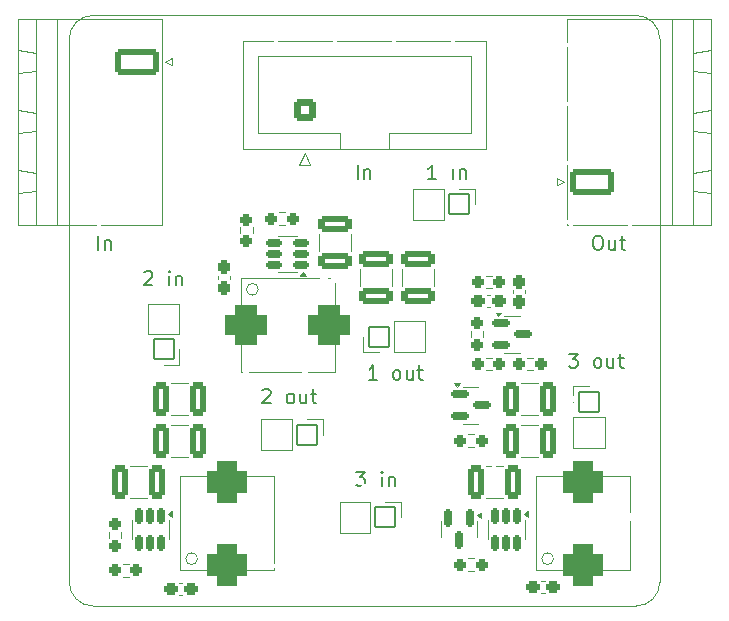
<source format=gbr>
%TF.GenerationSoftware,KiCad,Pcbnew,8.0.1*%
%TF.CreationDate,2024-04-20T12:15:38+02:00*%
%TF.ProjectId,nbg,6e62672e-6b69-4636-9164-5f7063625858,rev?*%
%TF.SameCoordinates,Original*%
%TF.FileFunction,Legend,Top*%
%TF.FilePolarity,Positive*%
%FSLAX46Y46*%
G04 Gerber Fmt 4.6, Leading zero omitted, Abs format (unit mm)*
G04 Created by KiCad (PCBNEW 8.0.1) date 2024-04-20 12:15:38*
%MOMM*%
%LPD*%
G01*
G04 APERTURE LIST*
G04 Aperture macros list*
%AMRoundRect*
0 Rectangle with rounded corners*
0 $1 Rounding radius*
0 $2 $3 $4 $5 $6 $7 $8 $9 X,Y pos of 4 corners*
0 Add a 4 corners polygon primitive as box body*
4,1,4,$2,$3,$4,$5,$6,$7,$8,$9,$2,$3,0*
0 Add four circle primitives for the rounded corners*
1,1,$1+$1,$2,$3*
1,1,$1+$1,$4,$5*
1,1,$1+$1,$6,$7*
1,1,$1+$1,$8,$9*
0 Add four rect primitives between the rounded corners*
20,1,$1+$1,$2,$3,$4,$5,0*
20,1,$1+$1,$4,$5,$6,$7,0*
20,1,$1+$1,$6,$7,$8,$9,0*
20,1,$1+$1,$8,$9,$2,$3,0*%
G04 Aperture macros list end*
%ADD10C,0.200000*%
%ADD11C,0.120000*%
%ADD12C,0.100000*%
%ADD13RoundRect,0.175000X-0.612500X-0.175000X0.612500X-0.175000X0.612500X0.175000X-0.612500X0.175000X0*%
%ADD14RoundRect,0.262500X0.262500X-0.275000X0.262500X0.275000X-0.262500X0.275000X-0.262500X-0.275000X0*%
%ADD15RoundRect,0.050000X-0.850000X0.850000X-0.850000X-0.850000X0.850000X-0.850000X0.850000X0.850000X0*%
%ADD16O,1.800000X1.800000*%
%ADD17RoundRect,0.268868X-0.443632X-1.131132X0.443632X-1.131132X0.443632X1.131132X-0.443632X1.131132X0*%
%ADD18RoundRect,0.262019X1.587981X-0.827981X1.587981X0.827981X-1.587981X0.827981X-1.587981X-0.827981X0*%
%ADD19O,3.700000X2.180000*%
%ADD20RoundRect,0.837500X0.837500X-0.962500X0.837500X0.962500X-0.837500X0.962500X-0.837500X-0.962500X0*%
%ADD21RoundRect,0.262500X-0.275000X-0.262500X0.275000X-0.262500X0.275000X0.262500X-0.275000X0.262500X0*%
%ADD22RoundRect,0.175000X-0.175000X0.537500X-0.175000X-0.537500X0.175000X-0.537500X0.175000X0.537500X0*%
%ADD23RoundRect,0.050000X-0.850000X-0.850000X0.850000X-0.850000X0.850000X0.850000X-0.850000X0.850000X0*%
%ADD24RoundRect,0.268868X-1.131132X0.443632X-1.131132X-0.443632X1.131132X-0.443632X1.131132X0.443632X0*%
%ADD25RoundRect,0.262500X-0.325000X-0.262500X0.325000X-0.262500X0.325000X0.262500X-0.325000X0.262500X0*%
%ADD26RoundRect,0.262019X-1.587981X0.827981X-1.587981X-0.827981X1.587981X-0.827981X1.587981X0.827981X0*%
%ADD27RoundRect,0.262500X-0.262500X0.325000X-0.262500X-0.325000X0.262500X-0.325000X0.262500X0.325000X0*%
%ADD28RoundRect,0.175000X0.537500X0.175000X-0.537500X0.175000X-0.537500X-0.175000X0.537500X-0.175000X0*%
%ADD29RoundRect,0.050000X0.850000X-0.850000X0.850000X0.850000X-0.850000X0.850000X-0.850000X-0.850000X0*%
%ADD30RoundRect,0.837500X-0.962500X-0.837500X0.962500X-0.837500X0.962500X0.837500X-0.962500X0.837500X0*%
%ADD31RoundRect,0.175000X-0.175000X0.612500X-0.175000X-0.612500X0.175000X-0.612500X0.175000X0.612500X0*%
%ADD32RoundRect,0.262500X0.275000X0.262500X-0.275000X0.262500X-0.275000X-0.262500X0.275000X-0.262500X0*%
%ADD33RoundRect,0.264706X0.635294X-0.635294X0.635294X0.635294X-0.635294X0.635294X-0.635294X-0.635294X0*%
%ADD34C,1.800000*%
%ADD35RoundRect,0.050000X0.850000X0.850000X-0.850000X0.850000X-0.850000X-0.850000X0.850000X-0.850000X0*%
%ADD36RoundRect,0.268868X1.131132X-0.443632X1.131132X0.443632X-1.131132X0.443632X-1.131132X-0.443632X0*%
%ADD37C,0.700000*%
%TA.AperFunction,Profile*%
%ADD38C,0.050000*%
%TD*%
G04 APERTURE END LIST*
D10*
X69417292Y-63842742D02*
X69417292Y-62642742D01*
X69988721Y-63042742D02*
X69988721Y-63842742D01*
X69988721Y-63157028D02*
X70045864Y-63099885D01*
X70045864Y-63099885D02*
X70160149Y-63042742D01*
X70160149Y-63042742D02*
X70331578Y-63042742D01*
X70331578Y-63042742D02*
X70445864Y-63099885D01*
X70445864Y-63099885D02*
X70503007Y-63214171D01*
X70503007Y-63214171D02*
X70503007Y-63842742D01*
X47417292Y-69842742D02*
X47417292Y-68642742D01*
X47988721Y-69042742D02*
X47988721Y-69842742D01*
X47988721Y-69157028D02*
X48045864Y-69099885D01*
X48045864Y-69099885D02*
X48160149Y-69042742D01*
X48160149Y-69042742D02*
X48331578Y-69042742D01*
X48331578Y-69042742D02*
X48445864Y-69099885D01*
X48445864Y-69099885D02*
X48503007Y-69214171D01*
X48503007Y-69214171D02*
X48503007Y-69842742D01*
X51360149Y-71757028D02*
X51417292Y-71699885D01*
X51417292Y-71699885D02*
X51531578Y-71642742D01*
X51531578Y-71642742D02*
X51817292Y-71642742D01*
X51817292Y-71642742D02*
X51931578Y-71699885D01*
X51931578Y-71699885D02*
X51988720Y-71757028D01*
X51988720Y-71757028D02*
X52045863Y-71871314D01*
X52045863Y-71871314D02*
X52045863Y-71985600D01*
X52045863Y-71985600D02*
X51988720Y-72157028D01*
X51988720Y-72157028D02*
X51303006Y-72842742D01*
X51303006Y-72842742D02*
X52045863Y-72842742D01*
X53474435Y-72842742D02*
X53474435Y-72042742D01*
X53474435Y-71642742D02*
X53417292Y-71699885D01*
X53417292Y-71699885D02*
X53474435Y-71757028D01*
X53474435Y-71757028D02*
X53531578Y-71699885D01*
X53531578Y-71699885D02*
X53474435Y-71642742D01*
X53474435Y-71642742D02*
X53474435Y-71757028D01*
X54045864Y-72042742D02*
X54045864Y-72842742D01*
X54045864Y-72157028D02*
X54103007Y-72099885D01*
X54103007Y-72099885D02*
X54217292Y-72042742D01*
X54217292Y-72042742D02*
X54388721Y-72042742D01*
X54388721Y-72042742D02*
X54503007Y-72099885D01*
X54503007Y-72099885D02*
X54560150Y-72214171D01*
X54560150Y-72214171D02*
X54560150Y-72842742D01*
X89645863Y-68642742D02*
X89874435Y-68642742D01*
X89874435Y-68642742D02*
X89988720Y-68699885D01*
X89988720Y-68699885D02*
X90103006Y-68814171D01*
X90103006Y-68814171D02*
X90160149Y-69042742D01*
X90160149Y-69042742D02*
X90160149Y-69442742D01*
X90160149Y-69442742D02*
X90103006Y-69671314D01*
X90103006Y-69671314D02*
X89988720Y-69785600D01*
X89988720Y-69785600D02*
X89874435Y-69842742D01*
X89874435Y-69842742D02*
X89645863Y-69842742D01*
X89645863Y-69842742D02*
X89531578Y-69785600D01*
X89531578Y-69785600D02*
X89417292Y-69671314D01*
X89417292Y-69671314D02*
X89360149Y-69442742D01*
X89360149Y-69442742D02*
X89360149Y-69042742D01*
X89360149Y-69042742D02*
X89417292Y-68814171D01*
X89417292Y-68814171D02*
X89531578Y-68699885D01*
X89531578Y-68699885D02*
X89645863Y-68642742D01*
X91188721Y-69042742D02*
X91188721Y-69842742D01*
X90674435Y-69042742D02*
X90674435Y-69671314D01*
X90674435Y-69671314D02*
X90731578Y-69785600D01*
X90731578Y-69785600D02*
X90845863Y-69842742D01*
X90845863Y-69842742D02*
X91017292Y-69842742D01*
X91017292Y-69842742D02*
X91131578Y-69785600D01*
X91131578Y-69785600D02*
X91188721Y-69728457D01*
X91588720Y-69042742D02*
X92045863Y-69042742D01*
X91760149Y-68642742D02*
X91760149Y-69671314D01*
X91760149Y-69671314D02*
X91817292Y-69785600D01*
X91817292Y-69785600D02*
X91931577Y-69842742D01*
X91931577Y-69842742D02*
X92045863Y-69842742D01*
X87303006Y-78642742D02*
X88045863Y-78642742D01*
X88045863Y-78642742D02*
X87645863Y-79099885D01*
X87645863Y-79099885D02*
X87817292Y-79099885D01*
X87817292Y-79099885D02*
X87931578Y-79157028D01*
X87931578Y-79157028D02*
X87988720Y-79214171D01*
X87988720Y-79214171D02*
X88045863Y-79328457D01*
X88045863Y-79328457D02*
X88045863Y-79614171D01*
X88045863Y-79614171D02*
X87988720Y-79728457D01*
X87988720Y-79728457D02*
X87931578Y-79785600D01*
X87931578Y-79785600D02*
X87817292Y-79842742D01*
X87817292Y-79842742D02*
X87474435Y-79842742D01*
X87474435Y-79842742D02*
X87360149Y-79785600D01*
X87360149Y-79785600D02*
X87303006Y-79728457D01*
X89645863Y-79842742D02*
X89531578Y-79785600D01*
X89531578Y-79785600D02*
X89474435Y-79728457D01*
X89474435Y-79728457D02*
X89417292Y-79614171D01*
X89417292Y-79614171D02*
X89417292Y-79271314D01*
X89417292Y-79271314D02*
X89474435Y-79157028D01*
X89474435Y-79157028D02*
X89531578Y-79099885D01*
X89531578Y-79099885D02*
X89645863Y-79042742D01*
X89645863Y-79042742D02*
X89817292Y-79042742D01*
X89817292Y-79042742D02*
X89931578Y-79099885D01*
X89931578Y-79099885D02*
X89988721Y-79157028D01*
X89988721Y-79157028D02*
X90045863Y-79271314D01*
X90045863Y-79271314D02*
X90045863Y-79614171D01*
X90045863Y-79614171D02*
X89988721Y-79728457D01*
X89988721Y-79728457D02*
X89931578Y-79785600D01*
X89931578Y-79785600D02*
X89817292Y-79842742D01*
X89817292Y-79842742D02*
X89645863Y-79842742D01*
X91074435Y-79042742D02*
X91074435Y-79842742D01*
X90560149Y-79042742D02*
X90560149Y-79671314D01*
X90560149Y-79671314D02*
X90617292Y-79785600D01*
X90617292Y-79785600D02*
X90731577Y-79842742D01*
X90731577Y-79842742D02*
X90903006Y-79842742D01*
X90903006Y-79842742D02*
X91017292Y-79785600D01*
X91017292Y-79785600D02*
X91074435Y-79728457D01*
X91474434Y-79042742D02*
X91931577Y-79042742D01*
X91645863Y-78642742D02*
X91645863Y-79671314D01*
X91645863Y-79671314D02*
X91703006Y-79785600D01*
X91703006Y-79785600D02*
X91817291Y-79842742D01*
X91817291Y-79842742D02*
X91931577Y-79842742D01*
X71045863Y-80842742D02*
X70360149Y-80842742D01*
X70703006Y-80842742D02*
X70703006Y-79642742D01*
X70703006Y-79642742D02*
X70588720Y-79814171D01*
X70588720Y-79814171D02*
X70474435Y-79928457D01*
X70474435Y-79928457D02*
X70360149Y-79985600D01*
X72645863Y-80842742D02*
X72531578Y-80785600D01*
X72531578Y-80785600D02*
X72474435Y-80728457D01*
X72474435Y-80728457D02*
X72417292Y-80614171D01*
X72417292Y-80614171D02*
X72417292Y-80271314D01*
X72417292Y-80271314D02*
X72474435Y-80157028D01*
X72474435Y-80157028D02*
X72531578Y-80099885D01*
X72531578Y-80099885D02*
X72645863Y-80042742D01*
X72645863Y-80042742D02*
X72817292Y-80042742D01*
X72817292Y-80042742D02*
X72931578Y-80099885D01*
X72931578Y-80099885D02*
X72988721Y-80157028D01*
X72988721Y-80157028D02*
X73045863Y-80271314D01*
X73045863Y-80271314D02*
X73045863Y-80614171D01*
X73045863Y-80614171D02*
X72988721Y-80728457D01*
X72988721Y-80728457D02*
X72931578Y-80785600D01*
X72931578Y-80785600D02*
X72817292Y-80842742D01*
X72817292Y-80842742D02*
X72645863Y-80842742D01*
X74074435Y-80042742D02*
X74074435Y-80842742D01*
X73560149Y-80042742D02*
X73560149Y-80671314D01*
X73560149Y-80671314D02*
X73617292Y-80785600D01*
X73617292Y-80785600D02*
X73731577Y-80842742D01*
X73731577Y-80842742D02*
X73903006Y-80842742D01*
X73903006Y-80842742D02*
X74017292Y-80785600D01*
X74017292Y-80785600D02*
X74074435Y-80728457D01*
X74474434Y-80042742D02*
X74931577Y-80042742D01*
X74645863Y-79642742D02*
X74645863Y-80671314D01*
X74645863Y-80671314D02*
X74703006Y-80785600D01*
X74703006Y-80785600D02*
X74817291Y-80842742D01*
X74817291Y-80842742D02*
X74931577Y-80842742D01*
X76045863Y-63842742D02*
X75360149Y-63842742D01*
X75703006Y-63842742D02*
X75703006Y-62642742D01*
X75703006Y-62642742D02*
X75588720Y-62814171D01*
X75588720Y-62814171D02*
X75474435Y-62928457D01*
X75474435Y-62928457D02*
X75360149Y-62985600D01*
X77474435Y-63842742D02*
X77474435Y-63042742D01*
X77474435Y-62642742D02*
X77417292Y-62699885D01*
X77417292Y-62699885D02*
X77474435Y-62757028D01*
X77474435Y-62757028D02*
X77531578Y-62699885D01*
X77531578Y-62699885D02*
X77474435Y-62642742D01*
X77474435Y-62642742D02*
X77474435Y-62757028D01*
X78045864Y-63042742D02*
X78045864Y-63842742D01*
X78045864Y-63157028D02*
X78103007Y-63099885D01*
X78103007Y-63099885D02*
X78217292Y-63042742D01*
X78217292Y-63042742D02*
X78388721Y-63042742D01*
X78388721Y-63042742D02*
X78503007Y-63099885D01*
X78503007Y-63099885D02*
X78560150Y-63214171D01*
X78560150Y-63214171D02*
X78560150Y-63842742D01*
X61360149Y-81757028D02*
X61417292Y-81699885D01*
X61417292Y-81699885D02*
X61531578Y-81642742D01*
X61531578Y-81642742D02*
X61817292Y-81642742D01*
X61817292Y-81642742D02*
X61931578Y-81699885D01*
X61931578Y-81699885D02*
X61988720Y-81757028D01*
X61988720Y-81757028D02*
X62045863Y-81871314D01*
X62045863Y-81871314D02*
X62045863Y-81985600D01*
X62045863Y-81985600D02*
X61988720Y-82157028D01*
X61988720Y-82157028D02*
X61303006Y-82842742D01*
X61303006Y-82842742D02*
X62045863Y-82842742D01*
X63645863Y-82842742D02*
X63531578Y-82785600D01*
X63531578Y-82785600D02*
X63474435Y-82728457D01*
X63474435Y-82728457D02*
X63417292Y-82614171D01*
X63417292Y-82614171D02*
X63417292Y-82271314D01*
X63417292Y-82271314D02*
X63474435Y-82157028D01*
X63474435Y-82157028D02*
X63531578Y-82099885D01*
X63531578Y-82099885D02*
X63645863Y-82042742D01*
X63645863Y-82042742D02*
X63817292Y-82042742D01*
X63817292Y-82042742D02*
X63931578Y-82099885D01*
X63931578Y-82099885D02*
X63988721Y-82157028D01*
X63988721Y-82157028D02*
X64045863Y-82271314D01*
X64045863Y-82271314D02*
X64045863Y-82614171D01*
X64045863Y-82614171D02*
X63988721Y-82728457D01*
X63988721Y-82728457D02*
X63931578Y-82785600D01*
X63931578Y-82785600D02*
X63817292Y-82842742D01*
X63817292Y-82842742D02*
X63645863Y-82842742D01*
X65074435Y-82042742D02*
X65074435Y-82842742D01*
X64560149Y-82042742D02*
X64560149Y-82671314D01*
X64560149Y-82671314D02*
X64617292Y-82785600D01*
X64617292Y-82785600D02*
X64731577Y-82842742D01*
X64731577Y-82842742D02*
X64903006Y-82842742D01*
X64903006Y-82842742D02*
X65017292Y-82785600D01*
X65017292Y-82785600D02*
X65074435Y-82728457D01*
X65474434Y-82042742D02*
X65931577Y-82042742D01*
X65645863Y-81642742D02*
X65645863Y-82671314D01*
X65645863Y-82671314D02*
X65703006Y-82785600D01*
X65703006Y-82785600D02*
X65817291Y-82842742D01*
X65817291Y-82842742D02*
X65931577Y-82842742D01*
X69303006Y-88642742D02*
X70045863Y-88642742D01*
X70045863Y-88642742D02*
X69645863Y-89099885D01*
X69645863Y-89099885D02*
X69817292Y-89099885D01*
X69817292Y-89099885D02*
X69931578Y-89157028D01*
X69931578Y-89157028D02*
X69988720Y-89214171D01*
X69988720Y-89214171D02*
X70045863Y-89328457D01*
X70045863Y-89328457D02*
X70045863Y-89614171D01*
X70045863Y-89614171D02*
X69988720Y-89728457D01*
X69988720Y-89728457D02*
X69931578Y-89785600D01*
X69931578Y-89785600D02*
X69817292Y-89842742D01*
X69817292Y-89842742D02*
X69474435Y-89842742D01*
X69474435Y-89842742D02*
X69360149Y-89785600D01*
X69360149Y-89785600D02*
X69303006Y-89728457D01*
X71474435Y-89842742D02*
X71474435Y-89042742D01*
X71474435Y-88642742D02*
X71417292Y-88699885D01*
X71417292Y-88699885D02*
X71474435Y-88757028D01*
X71474435Y-88757028D02*
X71531578Y-88699885D01*
X71531578Y-88699885D02*
X71474435Y-88642742D01*
X71474435Y-88642742D02*
X71474435Y-88757028D01*
X72045864Y-89042742D02*
X72045864Y-89842742D01*
X72045864Y-89157028D02*
X72103007Y-89099885D01*
X72103007Y-89099885D02*
X72217292Y-89042742D01*
X72217292Y-89042742D02*
X72388721Y-89042742D01*
X72388721Y-89042742D02*
X72503007Y-89099885D01*
X72503007Y-89099885D02*
X72560150Y-89214171D01*
X72560150Y-89214171D02*
X72560150Y-89842742D01*
D11*
%TO.C,U3*%
X82500000Y-75440000D02*
X81850000Y-75440000D01*
X82500000Y-75440000D02*
X83150000Y-75440000D01*
X82500000Y-78560000D02*
X81850000Y-78560000D01*
X82500000Y-78560000D02*
X83150000Y-78560000D01*
X81337500Y-75490000D02*
X81097500Y-75160000D01*
X81577500Y-75160000D01*
X81337500Y-75490000D01*
G36*
X81337500Y-75490000D02*
G01*
X81097500Y-75160000D01*
X81577500Y-75160000D01*
X81337500Y-75490000D01*
G37*
%TO.C,R5*%
X78977500Y-77254724D02*
X78977500Y-76745276D01*
X80022500Y-77254724D02*
X80022500Y-76745276D01*
%TO.C,J7*%
X67905000Y-91170000D02*
X67905000Y-93830000D01*
X70505000Y-91170000D02*
X67905000Y-91170000D01*
X70505000Y-91170000D02*
X70505000Y-93830000D01*
X70505000Y-93830000D02*
X67905000Y-93830000D01*
X71775000Y-91170000D02*
X73105000Y-91170000D01*
X73105000Y-91170000D02*
X73105000Y-92500000D01*
%TO.C,R4*%
X48336300Y-94254724D02*
X48336300Y-93745276D01*
X49381300Y-94254724D02*
X49381300Y-93745276D01*
%TO.C,C7*%
X53647548Y-81140000D02*
X55070052Y-81140000D01*
X53647548Y-83860000D02*
X55070052Y-83860000D01*
%TO.C,J6*%
X86312500Y-63780000D02*
X86912500Y-64080000D01*
X86312500Y-64380000D02*
X86312500Y-63780000D01*
X86912500Y-64080000D02*
X86312500Y-64380000D01*
X87112500Y-50270000D02*
X87112500Y-67730000D01*
X87112500Y-67730000D02*
X99332500Y-67730000D01*
X96032500Y-50270000D02*
X97832500Y-50270000D01*
X96032500Y-67730000D02*
X96032500Y-50270000D01*
X97832500Y-50270000D02*
X97832500Y-67730000D01*
X97832500Y-53170000D02*
X97832500Y-54670000D01*
X97832500Y-54670000D02*
X99332500Y-54920000D01*
X97832500Y-58250000D02*
X97832500Y-59750000D01*
X97832500Y-59750000D02*
X99332500Y-60000000D01*
X97832500Y-63330000D02*
X97832500Y-64830000D01*
X97832500Y-64830000D02*
X99332500Y-65080000D01*
X97832500Y-67730000D02*
X96032500Y-67730000D01*
X99332500Y-50270000D02*
X87112500Y-50270000D01*
X99332500Y-52920000D02*
X97832500Y-53170000D01*
X99332500Y-54920000D02*
X99332500Y-52920000D01*
X99332500Y-58000000D02*
X97832500Y-58250000D01*
X99332500Y-60000000D02*
X99332500Y-58000000D01*
X99332500Y-63080000D02*
X97832500Y-63330000D01*
X99332500Y-65080000D02*
X99332500Y-63080000D01*
X99332500Y-67730000D02*
X99332500Y-50270000D01*
%TO.C,C8*%
X50147548Y-88140000D02*
X51570052Y-88140000D01*
X50147548Y-90860000D02*
X51570052Y-90860000D01*
%TO.C,L3*%
D12*
X84500000Y-97000000D02*
X92500000Y-97000000D01*
X92500000Y-89000000D01*
X84500000Y-89000000D01*
X84500000Y-97000000D01*
X86000000Y-96000000D02*
G75*
G02*
X85000000Y-96000000I-500000J0D01*
G01*
X85000000Y-96000000D02*
G75*
G02*
X86000000Y-96000000I500000J0D01*
G01*
D11*
%TO.C,R2*%
X62745276Y-66676700D02*
X63254724Y-66676700D01*
X62745276Y-67721700D02*
X63254724Y-67721700D01*
%TO.C,C6*%
X53647548Y-84640000D02*
X55070052Y-84640000D01*
X53647548Y-87360000D02*
X55070052Y-87360000D01*
%TO.C,U5*%
X80440000Y-93500000D02*
X80440000Y-92700000D01*
X80440000Y-93500000D02*
X80440000Y-94300000D01*
X83560000Y-93500000D02*
X83560000Y-92700000D01*
X83560000Y-93500000D02*
X83560000Y-94300000D01*
X83840000Y-92440000D02*
X83510000Y-92200000D01*
X83840000Y-91960000D01*
X83840000Y-92440000D01*
G36*
X83840000Y-92440000D02*
G01*
X83510000Y-92200000D01*
X83840000Y-91960000D01*
X83840000Y-92440000D01*
G37*
%TO.C,R8*%
X78745276Y-85477500D02*
X79254724Y-85477500D01*
X78745276Y-86522500D02*
X79254724Y-86522500D01*
%TO.C,J8*%
X87670000Y-81395000D02*
X89000000Y-81395000D01*
X87670000Y-82725000D02*
X87670000Y-81395000D01*
X87670000Y-83995000D02*
X87670000Y-86595000D01*
X87670000Y-83995000D02*
X90330000Y-83995000D01*
X87670000Y-86595000D02*
X90330000Y-86595000D01*
X90330000Y-83995000D02*
X90330000Y-86595000D01*
%TO.C,R10*%
X80245276Y-72077500D02*
X80754724Y-72077500D01*
X80245276Y-73122500D02*
X80754724Y-73122500D01*
%TO.C,Q1*%
X79000000Y-81440000D02*
X78350000Y-81440000D01*
X79000000Y-81440000D02*
X79650000Y-81440000D01*
X79000000Y-84560000D02*
X78350000Y-84560000D01*
X79000000Y-84560000D02*
X79650000Y-84560000D01*
X77837500Y-81490000D02*
X77597500Y-81160000D01*
X78077500Y-81160000D01*
X77837500Y-81490000D01*
G36*
X77837500Y-81490000D02*
G01*
X77597500Y-81160000D01*
X78077500Y-81160000D01*
X77837500Y-81490000D01*
G37*
%TO.C,C1*%
X66140000Y-68487948D02*
X66140000Y-69910452D01*
X68860000Y-68487948D02*
X68860000Y-69910452D01*
%TO.C,C11*%
X84953733Y-97890000D02*
X85246267Y-97890000D01*
X84953733Y-98910000D02*
X85246267Y-98910000D01*
%TO.C,U2*%
X50298800Y-93500000D02*
X50298800Y-92700000D01*
X50298800Y-93500000D02*
X50298800Y-94300000D01*
X53418800Y-93500000D02*
X53418800Y-92700000D01*
X53418800Y-93500000D02*
X53418800Y-94300000D01*
X53698800Y-92440000D02*
X53368800Y-92200000D01*
X53698800Y-91960000D01*
X53698800Y-92440000D01*
G36*
X53698800Y-92440000D02*
G01*
X53368800Y-92200000D01*
X53698800Y-91960000D01*
X53698800Y-92440000D01*
G37*
%TO.C,J1*%
X74130000Y-64670000D02*
X74130000Y-67330000D01*
X76730000Y-64670000D02*
X74130000Y-64670000D01*
X76730000Y-64670000D02*
X76730000Y-67330000D01*
X76730000Y-67330000D02*
X74130000Y-67330000D01*
X78000000Y-64670000D02*
X79330000Y-64670000D01*
X79330000Y-64670000D02*
X79330000Y-66000000D01*
%TO.C,R7*%
X83745276Y-78977500D02*
X84254724Y-78977500D01*
X83745276Y-80022500D02*
X84254724Y-80022500D01*
%TO.C,C3*%
X54294933Y-98051600D02*
X54587467Y-98051600D01*
X54294933Y-99071600D02*
X54587467Y-99071600D01*
%TO.C,J5*%
X40667500Y-50270000D02*
X40667500Y-67730000D01*
X40667500Y-52920000D02*
X40667500Y-54920000D01*
X40667500Y-54920000D02*
X42167500Y-54670000D01*
X40667500Y-58000000D02*
X40667500Y-60000000D01*
X40667500Y-60000000D02*
X42167500Y-59750000D01*
X40667500Y-63080000D02*
X40667500Y-65080000D01*
X40667500Y-65080000D02*
X42167500Y-64830000D01*
X40667500Y-67730000D02*
X52887500Y-67730000D01*
X42167500Y-50270000D02*
X43967500Y-50270000D01*
X42167500Y-53170000D02*
X40667500Y-52920000D01*
X42167500Y-54670000D02*
X42167500Y-53170000D01*
X42167500Y-58250000D02*
X40667500Y-58000000D01*
X42167500Y-59750000D02*
X42167500Y-58250000D01*
X42167500Y-63330000D02*
X40667500Y-63080000D01*
X42167500Y-64830000D02*
X42167500Y-63330000D01*
X42167500Y-67730000D02*
X42167500Y-50270000D01*
X43967500Y-50270000D02*
X43967500Y-67730000D01*
X43967500Y-67730000D02*
X42167500Y-67730000D01*
X52887500Y-50270000D02*
X40667500Y-50270000D01*
X52887500Y-67730000D02*
X52887500Y-50270000D01*
X53087500Y-53920000D02*
X53687500Y-53620000D01*
X53687500Y-53620000D02*
X53687500Y-54220000D01*
X53687500Y-54220000D02*
X53087500Y-53920000D01*
%TO.C,C13*%
X82590000Y-73253733D02*
X82590000Y-73546267D01*
X83610000Y-73253733D02*
X83610000Y-73546267D01*
%TO.C,L2*%
D12*
X54358800Y-97000000D02*
X62358800Y-97000000D01*
X62358800Y-89000000D01*
X54358800Y-89000000D01*
X54358800Y-97000000D01*
X55858800Y-96000000D02*
G75*
G02*
X54858800Y-96000000I-500000J0D01*
G01*
X54858800Y-96000000D02*
G75*
G02*
X55858800Y-96000000I500000J0D01*
G01*
D11*
%TO.C,U1*%
X63500000Y-68639200D02*
X62700000Y-68639200D01*
X63500000Y-68639200D02*
X64300000Y-68639200D01*
X63500000Y-71759200D02*
X62700000Y-71759200D01*
X63500000Y-71759200D02*
X64300000Y-71759200D01*
X65040000Y-72039200D02*
X64560000Y-72039200D01*
X64800000Y-71709200D01*
X65040000Y-72039200D01*
G36*
X65040000Y-72039200D02*
G01*
X64560000Y-72039200D01*
X64800000Y-71709200D01*
X65040000Y-72039200D01*
G37*
%TO.C,C2*%
X57590000Y-72052933D02*
X57590000Y-72345467D01*
X58610000Y-72052933D02*
X58610000Y-72345467D01*
%TO.C,J4*%
X61263800Y-84170000D02*
X61263800Y-86830000D01*
X63863800Y-84170000D02*
X61263800Y-84170000D01*
X63863800Y-84170000D02*
X63863800Y-86830000D01*
X63863800Y-86830000D02*
X61263800Y-86830000D01*
X65133800Y-84170000D02*
X66463800Y-84170000D01*
X66463800Y-84170000D02*
X66463800Y-85500000D01*
%TO.C,J3*%
X69895000Y-78529200D02*
X69895000Y-77199200D01*
X71225000Y-78529200D02*
X69895000Y-78529200D01*
X72495000Y-75869200D02*
X75095000Y-75869200D01*
X72495000Y-78529200D02*
X72495000Y-75869200D01*
X72495000Y-78529200D02*
X75095000Y-78529200D01*
X75095000Y-78529200D02*
X75095000Y-75869200D01*
%TO.C,L1*%
D12*
X59500000Y-72199200D02*
X67500000Y-72199200D01*
X67500000Y-80199200D01*
X59500000Y-80199200D01*
X59500000Y-72199200D01*
X61000000Y-73199200D02*
G75*
G02*
X60000000Y-73199200I-500000J0D01*
G01*
X60000000Y-73199200D02*
G75*
G02*
X61000000Y-73199200I500000J0D01*
G01*
D11*
%TO.C,Q2*%
X76440000Y-93500000D02*
X76440000Y-92850000D01*
X76440000Y-93500000D02*
X76440000Y-94150000D01*
X79560000Y-93500000D02*
X79560000Y-92850000D01*
X79560000Y-93500000D02*
X79560000Y-94150000D01*
X79840000Y-92577500D02*
X79510000Y-92337500D01*
X79840000Y-92097500D01*
X79840000Y-92577500D01*
G36*
X79840000Y-92577500D02*
G01*
X79510000Y-92337500D01*
X79840000Y-92097500D01*
X79840000Y-92577500D01*
G37*
%TO.C,R1*%
X59477500Y-68453924D02*
X59477500Y-67944476D01*
X60522500Y-68453924D02*
X60522500Y-67944476D01*
%TO.C,R3*%
X50022324Y-96464300D02*
X49512876Y-96464300D01*
X50022324Y-97509300D02*
X49512876Y-97509300D01*
%TO.C,J9*%
X59710000Y-52170000D02*
X80290000Y-52170000D01*
X59710000Y-61290000D02*
X59710000Y-52170000D01*
X61010000Y-53480000D02*
X78990000Y-53480000D01*
X61010000Y-59980000D02*
X61010000Y-53480000D01*
X64420000Y-62680000D02*
X65420000Y-62680000D01*
X64920000Y-61680000D02*
X64420000Y-62680000D01*
X65420000Y-62680000D02*
X64920000Y-61680000D01*
X67950000Y-59980000D02*
X61010000Y-59980000D01*
X67950000Y-61290000D02*
X67950000Y-59980000D01*
X72050000Y-59980000D02*
X72050000Y-59980000D01*
X72050000Y-59980000D02*
X72050000Y-61290000D01*
X78990000Y-53480000D02*
X78990000Y-59980000D01*
X78990000Y-59980000D02*
X72050000Y-59980000D01*
X80290000Y-52170000D02*
X80290000Y-61290000D01*
X80290000Y-61290000D02*
X59710000Y-61290000D01*
%TO.C,C12*%
X83288748Y-81140000D02*
X84711252Y-81140000D01*
X83288748Y-83860000D02*
X84711252Y-83860000D01*
%TO.C,R9*%
X79254724Y-95977500D02*
X78745276Y-95977500D01*
X79254724Y-97022500D02*
X78745276Y-97022500D01*
%TO.C,C14*%
X80353733Y-73690000D02*
X80646267Y-73690000D01*
X80353733Y-74710000D02*
X80646267Y-74710000D01*
%TO.C,J2*%
X51670000Y-77005000D02*
X51670000Y-74405000D01*
X54330000Y-74405000D02*
X51670000Y-74405000D01*
X54330000Y-77005000D02*
X51670000Y-77005000D01*
X54330000Y-77005000D02*
X54330000Y-74405000D01*
X54330000Y-78275000D02*
X54330000Y-79605000D01*
X54330000Y-79605000D02*
X53000000Y-79605000D01*
%TO.C,C9*%
X83288748Y-84640000D02*
X84711252Y-84640000D01*
X83288748Y-87360000D02*
X84711252Y-87360000D01*
%TO.C,C4*%
X73140000Y-72910452D02*
X73140000Y-71487948D01*
X75860000Y-72910452D02*
X75860000Y-71487948D01*
%TO.C,C5*%
X69640000Y-72910452D02*
X69640000Y-71487948D01*
X72360000Y-72910452D02*
X72360000Y-71487948D01*
%TO.C,C10*%
X80288748Y-88140000D02*
X81711252Y-88140000D01*
X80288748Y-90860000D02*
X81711252Y-90860000D01*
%TO.C,R6*%
X80245276Y-78977500D02*
X80754724Y-78977500D01*
X80245276Y-80022500D02*
X80754724Y-80022500D01*
%TD*%
%LPC*%
D13*
%TO.C,U3*%
X81562500Y-76050000D03*
X81562500Y-77950000D03*
X83437500Y-77000000D03*
%TD*%
D14*
%TO.C,R5*%
X79500000Y-77912500D03*
X79500000Y-76087500D03*
%TD*%
D15*
%TO.C,J7*%
X71775000Y-92500000D03*
D16*
X69235000Y-92500000D03*
%TD*%
D14*
%TO.C,R4*%
X48858800Y-94912500D03*
X48858800Y-93087500D03*
%TD*%
D17*
%TO.C,C7*%
X52796300Y-82500000D03*
X55921300Y-82500000D03*
%TD*%
D18*
%TO.C,J6*%
X89222500Y-64080000D03*
D19*
X89222500Y-59000000D03*
X89222500Y-53920000D03*
%TD*%
D17*
%TO.C,C8*%
X49296300Y-89500000D03*
X52421300Y-89500000D03*
%TD*%
D20*
%TO.C,L3*%
X88500000Y-96500000D03*
X88500000Y-89500000D03*
%TD*%
D21*
%TO.C,R2*%
X62087500Y-67199200D03*
X63912500Y-67199200D03*
%TD*%
D17*
%TO.C,C6*%
X52796300Y-86000000D03*
X55921300Y-86000000D03*
%TD*%
D22*
%TO.C,U5*%
X82950000Y-92362500D03*
X82000000Y-92362500D03*
X81050000Y-92362500D03*
X81050000Y-94637500D03*
X82000000Y-94637500D03*
X82950000Y-94637500D03*
%TD*%
D21*
%TO.C,R8*%
X78087500Y-86000000D03*
X79912500Y-86000000D03*
%TD*%
D23*
%TO.C,J8*%
X89000000Y-82725000D03*
D16*
X89000000Y-85265000D03*
%TD*%
D21*
%TO.C,R10*%
X79587500Y-72600000D03*
X81412500Y-72600000D03*
%TD*%
D13*
%TO.C,Q1*%
X78062500Y-82050000D03*
X78062500Y-83950000D03*
X79937500Y-83000000D03*
%TD*%
D24*
%TO.C,C1*%
X67500000Y-67636700D03*
X67500000Y-70761700D03*
%TD*%
D25*
%TO.C,C11*%
X84237500Y-98400000D03*
X85962500Y-98400000D03*
%TD*%
D22*
%TO.C,U2*%
X52808800Y-92362500D03*
X51858800Y-92362500D03*
X50908800Y-92362500D03*
X50908800Y-94637500D03*
X51858800Y-94637500D03*
X52808800Y-94637500D03*
%TD*%
D15*
%TO.C,J1*%
X78000000Y-66000000D03*
D16*
X75460000Y-66000000D03*
%TD*%
D21*
%TO.C,R7*%
X83087500Y-79500000D03*
X84912500Y-79500000D03*
%TD*%
D25*
%TO.C,C3*%
X53578700Y-98561600D03*
X55303700Y-98561600D03*
%TD*%
D26*
%TO.C,J5*%
X50777500Y-53920000D03*
D19*
X50777500Y-59000000D03*
X50777500Y-64080000D03*
%TD*%
D27*
%TO.C,C13*%
X83100000Y-72537500D03*
X83100000Y-74262500D03*
%TD*%
D20*
%TO.C,L2*%
X58358800Y-96500000D03*
X58358800Y-89500000D03*
%TD*%
D28*
%TO.C,U1*%
X64637500Y-71149200D03*
X64637500Y-70199200D03*
X64637500Y-69249200D03*
X62362500Y-69249200D03*
X62362500Y-70199200D03*
X62362500Y-71149200D03*
%TD*%
D27*
%TO.C,C2*%
X58100000Y-71336700D03*
X58100000Y-73061700D03*
%TD*%
D15*
%TO.C,J4*%
X65133800Y-85500000D03*
D16*
X62593800Y-85500000D03*
%TD*%
D29*
%TO.C,J3*%
X71225000Y-77199200D03*
D16*
X73765000Y-77199200D03*
%TD*%
D30*
%TO.C,L1*%
X60000000Y-76199200D03*
X67000000Y-76199200D03*
%TD*%
D31*
%TO.C,Q2*%
X78950000Y-92562500D03*
X77050000Y-92562500D03*
X78000000Y-94437500D03*
%TD*%
D14*
%TO.C,R1*%
X60000000Y-69111700D03*
X60000000Y-67286700D03*
%TD*%
D32*
%TO.C,R3*%
X50680100Y-96986800D03*
X48855100Y-96986800D03*
%TD*%
D33*
%TO.C,J9*%
X64920000Y-58000000D03*
D34*
X64920000Y-55460000D03*
X67460000Y-58000000D03*
X67460000Y-55460000D03*
X70000000Y-58000000D03*
X70000000Y-55460000D03*
X72540000Y-58000000D03*
X72540000Y-55460000D03*
X75080000Y-58000000D03*
X75080000Y-55460000D03*
%TD*%
D17*
%TO.C,C12*%
X82437500Y-82500000D03*
X85562500Y-82500000D03*
%TD*%
D32*
%TO.C,R9*%
X79912500Y-96500000D03*
X78087500Y-96500000D03*
%TD*%
D25*
%TO.C,C14*%
X79637500Y-74200000D03*
X81362500Y-74200000D03*
%TD*%
D35*
%TO.C,J2*%
X53000000Y-78275000D03*
D16*
X53000000Y-75735000D03*
%TD*%
D17*
%TO.C,C9*%
X82437500Y-86000000D03*
X85562500Y-86000000D03*
%TD*%
D36*
%TO.C,C4*%
X74500000Y-73761700D03*
X74500000Y-70636700D03*
%TD*%
%TO.C,C5*%
X71000000Y-73761700D03*
X71000000Y-70636700D03*
%TD*%
D17*
%TO.C,C10*%
X79437500Y-89500000D03*
X82562500Y-89500000D03*
%TD*%
D21*
%TO.C,R6*%
X79587500Y-79500000D03*
X81412500Y-79500000D03*
%TD*%
D37*
X85790339Y-88318963D03*
X82500000Y-70000000D03*
X77647600Y-69998819D03*
X55000000Y-72500000D03*
X55000000Y-67500000D03*
X52500000Y-62500000D03*
X77500000Y-62500000D03*
X62500000Y-62500000D03*
X82500000Y-62500000D03*
X67500000Y-62500000D03*
X72500000Y-62500000D03*
X57500000Y-62500000D03*
X87500000Y-57500000D03*
X87500000Y-82500000D03*
X87500000Y-67500000D03*
X87500000Y-72500000D03*
X87500000Y-77500000D03*
X87500000Y-62500000D03*
X92500000Y-67500000D03*
X92500000Y-92500000D03*
X92500000Y-77500000D03*
X92500000Y-97500000D03*
X92500000Y-82500000D03*
X92500000Y-87500000D03*
X92500000Y-62500000D03*
X92500000Y-57500000D03*
X92500000Y-52500000D03*
X87500000Y-52500000D03*
X82500000Y-52500000D03*
X77500000Y-52500000D03*
X72500000Y-52500000D03*
X67500000Y-52500000D03*
X62500000Y-52500000D03*
X57500000Y-52500000D03*
X47500000Y-52500000D03*
X47500000Y-57500000D03*
X47500000Y-62500000D03*
X47500000Y-67500000D03*
X47500000Y-72500000D03*
X47500000Y-77500000D03*
X47500000Y-97500000D03*
X47500000Y-92500000D03*
X47500000Y-87500000D03*
X47500000Y-82500000D03*
X50000000Y-80000000D03*
X55000000Y-80000000D03*
X60000000Y-80000000D03*
X65000000Y-80000000D03*
X70000000Y-80000000D03*
X65000000Y-90000000D03*
X70000000Y-90000000D03*
X70000000Y-85000000D03*
X75000000Y-82500000D03*
X75000000Y-87500000D03*
X65000000Y-95000000D03*
X70000000Y-95000000D03*
X75000000Y-95000000D03*
X76942449Y-98390697D03*
X71203728Y-98079850D03*
X66774152Y-98169517D03*
X62111440Y-96651147D03*
X82000000Y-98000000D03*
X81000000Y-88500000D03*
X54288800Y-86014000D03*
X50682000Y-90382800D03*
X63900000Y-66199200D03*
X78100000Y-87300000D03*
X84000000Y-86800000D03*
X54288800Y-86928400D03*
X67500000Y-72299200D03*
X54288800Y-83423200D03*
X81000000Y-90500000D03*
X54288800Y-82508800D03*
X54288800Y-81594400D03*
X79900000Y-95600000D03*
X74500000Y-72099200D03*
X84000000Y-86000000D03*
X81000000Y-89500000D03*
X84000000Y-83300000D03*
X71000000Y-72099200D03*
X84000000Y-85200000D03*
X50682000Y-89468400D03*
X71900000Y-72099200D03*
X50682000Y-88604800D03*
X84000000Y-81700000D03*
X68400000Y-72299200D03*
X84000000Y-82500000D03*
X75400000Y-72099200D03*
X82000000Y-95900000D03*
X73600000Y-72099200D03*
X70100000Y-72099200D03*
X66600000Y-72299200D03*
X78662500Y-77900000D03*
X54288800Y-85099600D03*
X79587500Y-80587500D03*
X51800000Y-95900000D03*
X67001600Y-73799200D03*
X58670400Y-69125600D03*
X52002800Y-96986800D03*
X55863600Y-89519200D03*
X66595200Y-69125600D03*
X68400000Y-69099200D03*
X67500000Y-69099200D03*
X60905600Y-70243200D03*
X53780800Y-90433600D03*
X53780800Y-89519200D03*
X49900000Y-93050000D03*
X53780800Y-88604800D03*
X84200000Y-89500000D03*
X84200000Y-88500000D03*
X84200000Y-90500000D03*
%LPD*%
D38*
X93000000Y-50000000D02*
G75*
G02*
X95000000Y-52000000I0J-2000000D01*
G01*
X93000000Y-50000000D02*
X47000000Y-50000000D01*
X47000000Y-100000000D02*
G75*
G02*
X45000000Y-98000000I0J2000000D01*
G01*
X95000000Y-98000000D02*
G75*
G02*
X93000000Y-100000000I-2000000J0D01*
G01*
X47000000Y-100000000D02*
X93000000Y-100000000D01*
X45000000Y-52000000D02*
X45000000Y-98000000D01*
X95000000Y-98000000D02*
X95000000Y-52000000D01*
X45000000Y-52000000D02*
G75*
G02*
X47000000Y-50000000I2000000J0D01*
G01*
M02*

</source>
